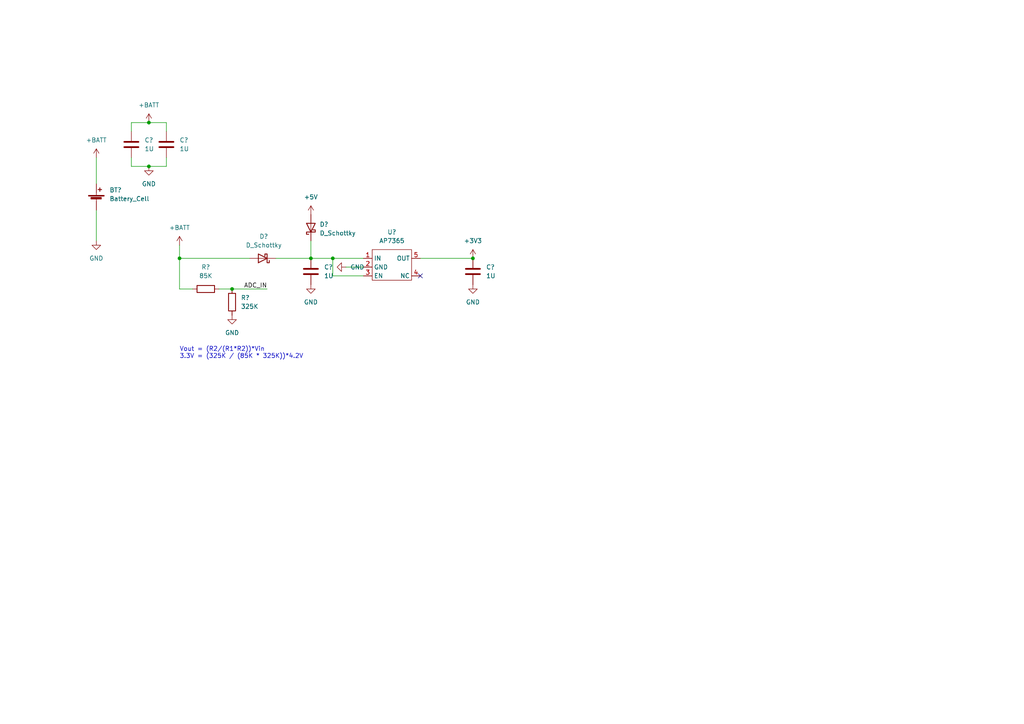
<source format=kicad_sch>
(kicad_sch (version 20211123) (generator eeschema)
  (paper "A4")
  (title_block (title "PSU") (date "2022-02-13") (rev "1.0"))
  (lib_symbols
    (symbol "Device:Battery_Cell" (pin_numbers hide) (pin_names (offset 0) hide)
      (property "Reference" "BT" (at 2.54 2.54 0))
      (property "Value" "Battery_Cell" (at 2.54 0 0))
      (symbol "Battery_Cell_0_1"
        (rectangle (start -2.286 1.778) (end 2.286 1.524) (fill (type outline)))
        (rectangle (start -1.5748 1.1938) (end 1.4732 0.6858) (fill (type outline)))
        (polyline (pts (xy 0 0.762) (xy 0 0)))
        (polyline (pts (xy 0 1.778) (xy 0 2.54)))
        (polyline (pts (xy 0.508 3.429) (xy 1.524 3.429)) (stroke (width 0.254)))
        (polyline (pts (xy 1.016 3.937) (xy 1.016 2.921)) (stroke (width 0.254)))
      )
      (symbol "Battery_Cell_1_1"
        (pin passive line (at 0 5.08 270) (length 2.54) (name "+") (number "1"))
        (pin passive line (at 0 -2.54 90) (length 2.54) (name "-") (number "2"))
      )
    )
    (symbol "Device:C" (pin_numbers hide) (pin_names (offset 0.254))
      (property "Reference" "C" (at 0.635 2.54 0))
      (property "Value" "C" (at 0.635 -2.54 0))
      (symbol "C_0_1"
        (polyline (pts (xy -2.032 -0.762) (xy 2.032 -0.762)) (stroke (width 0.508)))
        (polyline (pts (xy -2.032 0.762) (xy 2.032 0.762)) (stroke (width 0.508)))
      )
      (symbol "C_1_1"
        (pin passive line (at 0 3.81 270) (length 2.794) (name "~") (number "1"))
        (pin passive line (at 0 -3.81 90) (length 2.794) (name "~") (number "2"))
      )
    )
    (symbol "Device:D_Schottky" (pin_numbers hide) (pin_names (offset 1.016) hide)
      (property "Reference" "D" (at 0 2.54 0))
      (property "Value" "D_Schottky" (at 0 -2.54 0))
      (symbol "D_Schottky_0_1"
        (polyline (pts (xy 1.27 0) (xy -1.27 0)))
        (polyline (pts (xy 1.27 1.27) (xy 1.27 -1.27) (xy -1.27 0) (xy 1.27 1.27)) (stroke (width 0.254)))
        (polyline (pts (xy -1.905 0.635) (xy -1.905 1.27) (xy -1.27 1.27) (xy -1.27 -1.27) (xy -0.635 -1.27) (xy -0.635 -0.635)) (stroke (width 0.254)))
      )
      (symbol "D_Schottky_1_1"
        (pin passive line (at -3.81 0 0) (length 2.54) (name "K") (number "1"))
        (pin passive line (at 3.81 0 180) (length 2.54) (name "A") (number "2"))
      )
    )
    (symbol "Device:R" (pin_numbers hide) (pin_names (offset 0))
      (property "Reference" "R" (at 2.032 0 90))
      (property "Value" "R" (at 0 0 90))
      (symbol "R_0_1"
        (rectangle (start -1.016 -2.54) (end 1.016 2.54) (stroke (width 0.254)))
      )
      (symbol "R_1_1"
        (pin passive line (at 0 3.81 270) (length 1.27) (name "~") (number "1"))
        (pin passive line (at 0 -3.81 90) (length 1.27) (name "~") (number "2"))
      )
    )
    (symbol "gliese:AP7365"
      (property "Reference" "U" (at 1.27 -7.62 0))
      (property "Value" "AP7365" (at 0 1.27 0))
      (symbol "AP7365_0_1"
        (rectangle (start -5.08 0) (end 6.35 -8.89))
      )
      (symbol "AP7365_1_1"
        (pin input line (at -7.62 -2.54 0) (length 2.54) (name "IN") (number "1"))
        (pin input line (at -7.62 -5.08 0) (length 2.54) (name "GND") (number "2"))
        (pin input line (at -7.62 -7.62 0) (length 2.54) (name "EN") (number "3"))
        (pin input line (at 8.89 -7.62 180) (length 2.54) (name "NC") (number "4"))
        (pin input line (at 8.89 -2.54 180) (length 2.54) (name "OUT") (number "5"))
      )
    )
    (symbol "power:+3V3" (power) (pin_names (offset 0))
      (property "Value" "+3V3" (at 0 3.556 0))
      (symbol "+3V3_0_1"
        (polyline (pts (xy -0.762 1.27) (xy 0 2.54)))
        (polyline (pts (xy 0 0) (xy 0 2.54)))
        (polyline (pts (xy 0 2.54) (xy 0.762 1.27)))
      )
      (symbol "+3V3_1_1"
        (pin power_in line (at 0 0 90) (length 0) hide (name "+3V3") (number "1"))
      )
    )
    (symbol "power:+5V" (power) (pin_names (offset 0))
      (property "Value" "+5V" (at 0 3.556 0))
      (symbol "+5V_0_1"
        (polyline (pts (xy -0.762 1.27) (xy 0 2.54)))
        (polyline (pts (xy 0 0) (xy 0 2.54)))
        (polyline (pts (xy 0 2.54) (xy 0.762 1.27)))
      )
      (symbol "+5V_1_1"
        (pin power_in line (at 0 0 90) (length 0) hide (name "+5V") (number "1"))
      )
    )
    (symbol "power:+BATT" (power) (pin_names (offset 0))
      (property "Value" "+BATT" (at 0 3.556 0))
      (symbol "+BATT_0_1"
        (polyline (pts (xy -0.762 1.27) (xy 0 2.54)))
        (polyline (pts (xy 0 0) (xy 0 2.54)))
        (polyline (pts (xy 0 2.54) (xy 0.762 1.27)))
      )
      (symbol "+BATT_1_1"
        (pin power_in line (at 0 0 90) (length 0) hide (name "+BATT") (number "1"))
      )
    )
    (symbol "power:GND" (power) (pin_names (offset 0))
      (property "Value" "GND" (at 0 -3.81 0))
      (symbol "GND_0_1"
        (polyline (pts (xy 0 0) (xy 0 -1.27) (xy 1.27 -1.27) (xy 0 -2.54) (xy -1.27 -1.27) (xy 0 -1.27)))
      )
      (symbol "GND_1_1"
        (pin power_in line (at 0 0 270) (length 0) hide (name "GND") (number "1"))
      )
    )
  )
  (junction (at 96.52 74.93))
  (junction (at 90.17 74.93))
  (junction (at 67.31 83.82))
  (junction (at 43.18 48.26))
  (junction (at 43.18 35.56))
  (junction (at 137.16 74.93))
  (junction (at 52.07 74.93))
  (no_connect (at 121.92 80.01))
  (wire (pts (xy 38.1 45.72) (xy 38.1 48.26)))
  (wire (pts (xy 121.92 74.93) (xy 137.16 74.93)))
  (wire (pts (xy 96.52 80.01) (xy 96.52 74.93)))
  (wire (pts (xy 63.5 83.82) (xy 67.31 83.82)))
  (wire (pts (xy 38.1 35.56) (xy 43.18 35.56)))
  (wire (pts (xy 52.07 74.93) (xy 52.07 83.82)))
  (wire (pts (xy 48.26 35.56) (xy 48.26 38.1)))
  (wire (pts (xy 90.17 69.85) (xy 90.17 74.93)))
  (wire (pts (xy 27.94 45.72) (xy 27.94 53.34)))
  (wire (pts (xy 52.07 74.93) (xy 72.39 74.93)))
  (wire (pts (xy 48.26 45.72) (xy 48.26 48.26)))
  (wire (pts (xy 105.41 80.01) (xy 96.52 80.01)))
  (wire (pts (xy 43.18 35.56) (xy 48.26 35.56)))
  (wire (pts (xy 67.31 83.82) (xy 77.47 83.82)))
  (wire (pts (xy 27.94 60.96) (xy 27.94 69.85)))
  (wire (pts (xy 90.17 74.93) (xy 96.52 74.93)))
  (wire (pts (xy 96.52 74.93) (xy 105.41 74.93)))
  (wire (pts (xy 100.33 77.47) (xy 105.41 77.47)))
  (wire (pts (xy 38.1 38.1) (xy 38.1 35.56)))
  (wire (pts (xy 52.07 71.12) (xy 52.07 74.93)))
  (wire (pts (xy 43.18 48.26) (xy 48.26 48.26)))
  (wire (pts (xy 38.1 48.26) (xy 43.18 48.26)))
  (wire (pts (xy 52.07 83.82) (xy 55.88 83.82)))
  (wire (pts (xy 80.01 74.93) (xy 90.17 74.93)))
  (text "Vout = (R2/(R1*R2))*Vin\n3.3V = (325K / (85K * 325K))*4.2V" (at 52.07 104.14 0) (effects (font (size 1.27 1.27)) (justify left bottom)))
  (label "ADC_IN" (at 77.47 83.82 180))
  (symbol (lib_id "power:+3V3") (at 137.16 74.93 0) (unit 1)
    (property "Reference" "#PWR?" (effects hide))
    (property "Value" "+3V3" (at 137.16 69.85 0))
  )
  (symbol (lib_id "power:+BATT") (at 52.07 71.12 0) (unit 1)
    (property "Reference" "#PWR?" (effects hide))
    (property "Value" "+BATT" (at 52.07 66.04 0))
  )
  (symbol (lib_id "gliese:AP7365") (at 113.03 72.39 0) (unit 1)
    (property "Reference" "U?" (at 113.665 67.31 0))
    (property "Value" "AP7365" (at 113.665 69.85 0))
    (property "Footprint" "Package_SO:TSOP-5_1.65x3.05mm_P0.95mm" (effects hide))
  )
  (symbol (lib_id "Device:C") (at 48.26 41.91 0) (unit 1)
    (property "Reference" "C?" (at 52.07 40.6399 0) (effects (justify left)))
    (property "Value" "1U" (at 52.07 43.1799 0) (effects (justify left)))
    (property "Footprint" "Capacitor_SMD:C_1206_3216Metric_Pad1.33x1.80mm_HandSolder" (effects hide))
  )
  (symbol (lib_id "Device:C") (at 137.16 78.74 0) (unit 1)
    (property "Reference" "C?" (at 140.97 77.4699 0) (effects (justify left)))
    (property "Value" "1U" (at 140.97 80.0099 0) (effects (justify left)))
    (property "Footprint" "Capacitor_SMD:C_1206_3216Metric_Pad1.33x1.80mm_HandSolder" (effects hide))
  )
  (symbol (lib_id "power:GND") (at 67.31 91.44 0) (unit 1)
    (property "Reference" "#PWR?" (effects hide))
    (property "Value" "GND" (at 67.31 96.52 0))
  )
  (symbol (lib_id "power:GND") (at 27.94 69.85 0) (unit 1)
    (property "Reference" "#PWR?" (effects hide))
    (property "Value" "GND" (at 27.94 74.93 0))
  )
  (symbol (lib_id "Device:C") (at 38.1 41.91 0) (unit 1)
    (property "Reference" "C?" (at 41.91 40.6399 0) (effects (justify left)))
    (property "Value" "1U" (at 41.91 43.1799 0) (effects (justify left)))
    (property "Footprint" "Capacitor_SMD:C_1206_3216Metric_Pad1.33x1.80mm_HandSolder" (effects hide))
  )
  (symbol (lib_id "Device:C") (at 90.17 78.74 0) (unit 1)
    (property "Reference" "C?" (at 93.98 77.4699 0) (effects (justify left)))
    (property "Value" "1U" (at 93.98 80.0099 0) (effects (justify left)))
    (property "Footprint" "Capacitor_SMD:C_1206_3216Metric_Pad1.33x1.80mm_HandSolder" (effects hide))
  )
  (symbol (lib_id "Device:Battery_Cell") (at 27.94 58.42 0) (unit 1)
    (property "Reference" "BT?" (at 31.75 55.1179 0) (effects (justify left)))
    (property "Value" "Battery_Cell" (at 31.75 57.6579 0) (effects (justify left)))
    (property "Footprint" "gliese:AA_BATTERYCASE_2460" (effects hide))
  )
  (symbol (lib_id "power:GND") (at 43.18 48.26 0) (unit 1)
    (property "Reference" "#PWR?" (effects hide))
    (property "Value" "GND" (at 43.18 53.34 0))
  )
  (symbol (lib_id "Device:D_Schottky") (at 76.2 74.93 180) (unit 1)
    (property "Reference" "D?" (at 76.5175 68.58 0))
    (property "Value" "D_Schottky" (at 76.5175 71.12 0))
    (property "Footprint" "gliese:CUS10S30" (effects hide))
  )
  (symbol (lib_id "power:GND") (at 90.17 82.55 0) (unit 1)
    (property "Reference" "#PWR?" (effects hide))
    (property "Value" "GND" (at 90.17 87.63 0))
  )
  (symbol (lib_id "power:+5V") (at 90.17 62.23 0) (unit 1)
    (property "Reference" "#PWR?" (effects hide))
    (property "Value" "+5V" (at 90.17 57.15 0))
  )
  (symbol (lib_id "Device:R") (at 67.31 87.63 0) (unit 1)
    (property "Reference" "R?" (at 69.85 86.3599 0) (effects (justify left)))
    (property "Value" "325K" (at 69.85 88.8999 0) (effects (justify left)))
    (property "Footprint" "Resistor_SMD:R_1206_3216Metric_Pad1.30x1.75mm_HandSolder" (effects hide))
  )
  (symbol (lib_id "power:GND") (at 100.33 77.47 270) (unit 1)
    (property "Reference" "#PWR?" (effects hide))
    (property "Value" "GND" (at 101.6 77.4699 90) (effects (justify left)))
  )
  (symbol (lib_id "Device:R") (at 59.69 83.82 270) (unit 1)
    (property "Reference" "R?" (at 59.69 77.47 90))
    (property "Value" "85K" (at 59.69 80.01 90))
    (property "Footprint" "Resistor_SMD:R_1206_3216Metric_Pad1.30x1.75mm_HandSolder" (effects hide))
  )
  (symbol (lib_id "power:+BATT") (at 27.94 45.72 0) (unit 1)
    (property "Reference" "#PWR?" (effects hide))
    (property "Value" "+BATT" (at 27.94 40.64 0))
  )
  (symbol (lib_id "power:+BATT") (at 43.18 35.56 0) (unit 1)
    (property "Reference" "#PWR?" (effects hide))
    (property "Value" "+BATT" (at 43.18 30.48 0))
  )
  (symbol (lib_id "Device:D_Schottky") (at 90.17 66.04 90) (unit 1)
    (property "Reference" "D?" (at 92.71 65.0874 90) (effects (justify right)))
    (property "Value" "D_Schottky" (at 92.71 67.6274 90) (effects (justify right)))
    (property "Footprint" "gliese:CUS10S30" (effects hide))
  )
  (symbol (lib_id "power:GND") (at 137.16 82.55 0) (unit 1)
    (property "Reference" "#PWR?" (effects hide))
    (property "Value" "GND" (at 137.16 87.63 0))
  )
)
</source>
